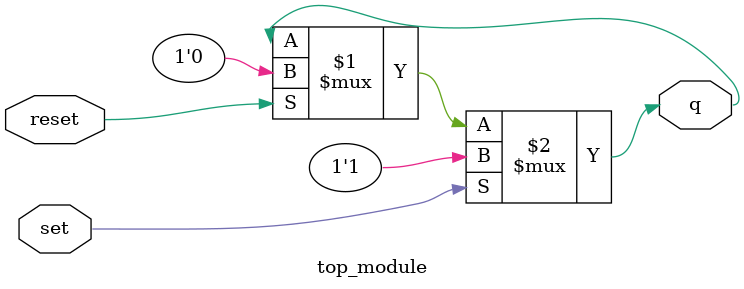
<source format=v>
module top_module (
    input set,
    input reset,
    output reg q
);
    assign q = set ? 1'b1 : (reset ? 1'b0 : q);

endmodule

</source>
